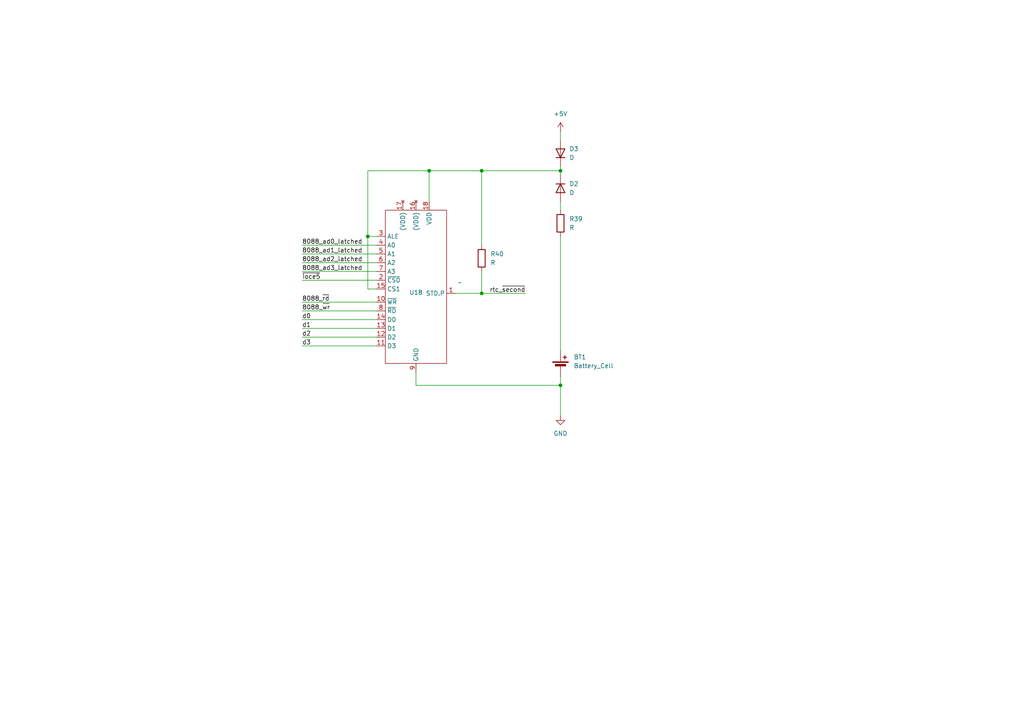
<source format=kicad_sch>
(kicad_sch (version 20231120) (generator "eeschema") (generator_version "8.0")
  (paper "A4")
  (lib_symbols
    (symbol "Device:Battery_Cell" (pin_numbers hide) (pin_names (offset 0) hide)
      (property "Reference" "BT" (at 2.54 2.54 0))
      (property "Value" "Battery_Cell" (at 2.54 0 0))
      (symbol "Battery_Cell_0_1"
        (rectangle (start -2.286 1.778) (end 2.286 1.524) (fill (type outline)))
        (rectangle (start -1.524 1.016) (end 1.524 0.508) (fill (type outline)))
        (polyline (pts (xy 0 0.762) (xy 0 0)))
        (polyline (pts (xy 0 1.778) (xy 0 2.54)))
        (polyline (pts (xy 0.762 3.048) (xy 1.778 3.048)) (stroke (width 0.254)))
        (polyline (pts (xy 1.27 3.556) (xy 1.27 2.54)) (stroke (width 0.254)))
      )
      (symbol "Battery_Cell_1_1"
        (pin passive line (at 0 5.08 270) (length 2.54) (name "+") (number "1"))
        (pin passive line (at 0 -2.54 90) (length 2.54) (name "-") (number "2"))
      )
    )
    (symbol "Device:D" (pin_numbers hide) (pin_names (offset 1.016) hide)
      (property "Reference" "D" (at 0 2.54 0))
      (property "Value" "D" (at 0 -2.54 0))
      (symbol "D_0_1"
        (polyline (pts (xy -1.27 1.27) (xy -1.27 -1.27)) (stroke (width 0.254)))
        (polyline (pts (xy 1.27 0) (xy -1.27 0)))
        (polyline (pts (xy 1.27 1.27) (xy 1.27 -1.27) (xy -1.27 0) (xy 1.27 1.27)) (stroke (width 0.254)))
      )
      (symbol "D_1_1"
        (pin passive line (at -3.81 0 0) (length 2.54) (name "K") (number "1"))
        (pin passive line (at 3.81 0 180) (length 2.54) (name "A") (number "2"))
      )
    )
    (symbol "Device:R" (pin_numbers hide) (pin_names (offset 0))
      (property "Reference" "R" (at 2.032 0 90))
      (property "Value" "R" (at 0 0 90))
      (symbol "R_0_1"
        (rectangle (start -1.016 -2.54) (end 1.016 2.54) (stroke (width 0.254)))
      )
      (symbol "R_1_1"
        (pin passive line (at 0 3.81 270) (length 1.27) (name "~") (number "1"))
        (pin passive line (at 0 -3.81 90) (length 1.27) (name "~") (number "2"))
      )
    )
    (symbol "parts:RTC72421"
      (property "Reference" "U" (at 0 0.254 0))
      (symbol "RTC72421_0_1"
        (polyline (pts (xy -8.89 24.13) (xy -8.89 -20.32) (xy 8.89 -20.32) (xy 8.89 24.13) (xy -8.89 24.13)))
      )
      (symbol "RTC72421_1_1"
        (pin open_collector line (at 11.43 0 180) (length 2.54) (name "STD.P") (number "1"))
        (pin input line (at -11.43 -2.54 0) (length 2.54) (name "~{WR}") (number "10"))
        (pin bidirectional line (at -11.43 -15.24 0) (length 2.54) (name "D3") (number "11"))
        (pin bidirectional line (at -11.43 -12.7 0) (length 2.54) (name "D2") (number "12"))
        (pin bidirectional line (at -11.43 -10.16 0) (length 2.54) (name "D1") (number "13"))
        (pin bidirectional line (at -11.43 -7.62 0) (length 2.54) (name "D0") (number "14"))
        (pin input line (at -11.43 1.27 0) (length 2.54) (name "CS1") (number "15"))
        (pin no_connect line (at 0 26.67 270) (length 2.54) (name "(VDD)") (number "16"))
        (pin no_connect line (at -3.81 26.67 270) (length 2.54) (name "(VDD)") (number "17"))
        (pin power_in line (at 3.81 26.67 270) (length 2.54) (name "VDD") (number "18"))
        (pin input line (at -11.43 3.81 0) (length 2.54) (name "~{CS0}") (number "2"))
        (pin input line (at -11.43 16.51 0) (length 2.54) (name "ALE") (number "3"))
        (pin input line (at -11.43 13.97 0) (length 2.54) (name "A0") (number "4"))
        (pin input line (at -11.43 11.43 0) (length 2.54) (name "A1") (number "5"))
        (pin input line (at -11.43 8.89 0) (length 2.54) (name "A2") (number "6"))
        (pin input line (at -11.43 6.35 0) (length 2.54) (name "A3") (number "7"))
        (pin input line (at -11.43 -5.08 0) (length 2.54) (name "~{RD}") (number "8"))
        (pin power_in line (at 0 -22.86 90) (length 2.54) (name "GND") (number "9"))
      )
    )
    (symbol "power:+5V" (power) (pin_numbers hide) (pin_names (offset 0) hide)
      (property "Value" "+5V" (at 0 3.556 0))
      (symbol "+5V_0_1"
        (polyline (pts (xy -0.762 1.27) (xy 0 2.54)))
        (polyline (pts (xy 0 0) (xy 0 2.54)))
        (polyline (pts (xy 0 2.54) (xy 0.762 1.27)))
      )
      (symbol "+5V_1_1"
        (pin power_in line (at 0 0 90) (length 0) (name "~") (number "1"))
      )
    )
    (symbol "power:GND" (power) (pin_numbers hide) (pin_names (offset 0) hide)
      (property "Value" "GND" (at 0 -3.81 0))
      (symbol "GND_0_1"
        (polyline (pts (xy 0 0) (xy 0 -1.27) (xy 1.27 -1.27) (xy 0 -2.54) (xy -1.27 -1.27) (xy 0 -1.27)))
      )
      (symbol "GND_1_1"
        (pin power_in line (at 0 0 270) (length 0) (name "~") (number "1"))
      )
    )
  )
  (junction (at 106.68 68.58))
  (junction (at 139.7 49.53))
  (junction (at 162.56 49.53))
  (junction (at 162.56 111.76))
  (junction (at 124.46 49.53))
  (junction (at 139.7 85.09))
  (wire (pts (xy 109.22 92.71) (xy 87.63 92.71)))
  (wire (pts (xy 87.63 71.12) (xy 109.22 71.12)))
  (wire (pts (xy 162.56 48.26) (xy 162.56 49.53)))
  (wire (pts (xy 109.22 100.33) (xy 87.63 100.33)))
  (wire (pts (xy 120.65 111.76) (xy 162.56 111.76)))
  (wire (pts (xy 106.68 49.53) (xy 124.46 49.53)))
  (wire (pts (xy 120.65 107.95) (xy 120.65 111.76)))
  (wire (pts (xy 139.7 78.74) (xy 139.7 85.09)))
  (wire (pts (xy 139.7 49.53) (xy 139.7 71.12)))
  (wire (pts (xy 106.68 68.58) (xy 106.68 49.53)))
  (wire (pts (xy 109.22 97.79) (xy 87.63 97.79)))
  (wire (pts (xy 87.63 87.63) (xy 109.22 87.63)))
  (wire (pts (xy 162.56 109.22) (xy 162.56 111.76)))
  (wire (pts (xy 139.7 49.53) (xy 124.46 49.53)))
  (wire (pts (xy 87.63 78.74) (xy 109.22 78.74)))
  (wire (pts (xy 139.7 85.09) (xy 132.08 85.09)))
  (wire (pts (xy 87.63 90.17) (xy 109.22 90.17)))
  (wire (pts (xy 162.56 38.1) (xy 162.56 40.64)))
  (wire (pts (xy 87.63 73.66) (xy 109.22 73.66)))
  (wire (pts (xy 87.63 76.2) (xy 109.22 76.2)))
  (wire (pts (xy 106.68 83.82) (xy 106.68 68.58)))
  (wire (pts (xy 162.56 111.76) (xy 162.56 120.65)))
  (wire (pts (xy 162.56 58.42) (xy 162.56 60.96)))
  (wire (pts (xy 162.56 68.58) (xy 162.56 101.6)))
  (wire (pts (xy 109.22 95.25) (xy 87.63 95.25)))
  (wire (pts (xy 139.7 85.09) (xy 152.4 85.09)))
  (wire (pts (xy 87.63 81.28) (xy 109.22 81.28)))
  (wire (pts (xy 124.46 49.53) (xy 124.46 58.42)))
  (wire (pts (xy 162.56 49.53) (xy 139.7 49.53)))
  (wire (pts (xy 109.22 83.82) (xy 106.68 83.82)))
  (wire (pts (xy 109.22 68.58) (xy 106.68 68.58)))
  (wire (pts (xy 162.56 49.53) (xy 162.56 50.8)))
  (label "rtc_~{second}" (at 152.4 85.09 180))
  (label "8088_ad1_latched" (at 87.63 73.66 0))
  (label "~{ioce5}" (at 87.63 81.28 0))
  (label "8088_~{wr}" (at 87.63 90.17 0))
  (label "d2" (at 87.63 97.79 0))
  (label "8088_ad3_latched" (at 87.63 78.74 0))
  (label "d3" (at 87.63 100.33 0))
  (label "8088_~{rd}" (at 87.63 87.63 0))
  (label "d1" (at 87.63 95.25 0))
  (label "8088_ad2_latched" (at 87.63 76.2 0))
  (label "8088_ad0_latched" (at 87.63 71.12 0))
  (label "d0" (at 87.63 92.71 0))
  (symbol (lib_id "Device:D") (at 162.56 44.45 90) (unit 1)
    (property "Reference" "D3" (at 165.1 43.1799 90) (effects (justify right)))
    (property "Value" "D" (at 165.1 45.7199 90) (effects (justify right)))
    (property "Description" "Diode" (effects (hide yes)))
    (property "Sim.Device" "D" (effects (hide yes)))
    (property "Sim.Pins" "1=K 2=A" (effects (hide yes)))
  )
  (symbol (lib_id "power:GND") (at 162.56 120.65 0) (unit 1)
    (property "Reference" "#PWR042" (effects (hide yes)))
    (property "Value" "GND" (at 162.56 125.73 0))
    (property "Description" "Power symbol creates a global label with name \"GND\" , ground" (effects (hide yes)))
  )
  (symbol (lib_id "parts:RTC72421") (at 120.65 85.09 0) (unit 1)
    (property "Reference" "U18" (at 120.65 84.836 0))
    (property "Value" "~" (at 133.35 81.9465 0))
  )
  (symbol (lib_id "Device:R") (at 139.7 74.93 0) (unit 1)
    (property "Reference" "R40" (at 142.24 73.6599 0) (effects (justify left)))
    (property "Value" "R" (at 142.24 76.1999 0) (effects (justify left)))
    (property "Description" "Resistor" (effects (hide yes)))
  )
  (symbol (lib_id "Device:D") (at 162.56 54.61 270) (unit 1)
    (property "Reference" "D2" (at 165.1 53.3399 90) (effects (justify left)))
    (property "Value" "D" (at 165.1 55.8799 90) (effects (justify left)))
    (property "Description" "Diode" (effects (hide yes)))
    (property "Sim.Device" "D" (effects (hide yes)))
    (property "Sim.Pins" "1=K 2=A" (effects (hide yes)))
  )
  (symbol (lib_id "Device:R") (at 162.56 64.77 0) (unit 1)
    (property "Reference" "R39" (at 165.1 63.4999 0) (effects (justify left)))
    (property "Value" "R" (at 165.1 66.0399 0) (effects (justify left)))
    (property "Description" "Resistor" (effects (hide yes)))
  )
  (symbol (lib_id "Device:Battery_Cell") (at 162.56 106.68 0) (unit 1)
    (property "Reference" "BT1" (at 166.37 103.5684 0) (effects (justify left)))
    (property "Value" "Battery_Cell" (at 166.37 106.1084 0) (effects (justify left)))
    (property "Description" "Single-cell battery" (effects (hide yes)))
  )
  (symbol (lib_id "power:+5V") (at 162.56 38.1 0) (unit 1)
    (property "Reference" "#PWR041" (effects (hide yes)))
    (property "Value" "+5V" (at 162.56 33.02 0))
    (property "Description" "Power symbol creates a global label with name \"+5V\"" (effects (hide yes)))
  )
)
</source>
